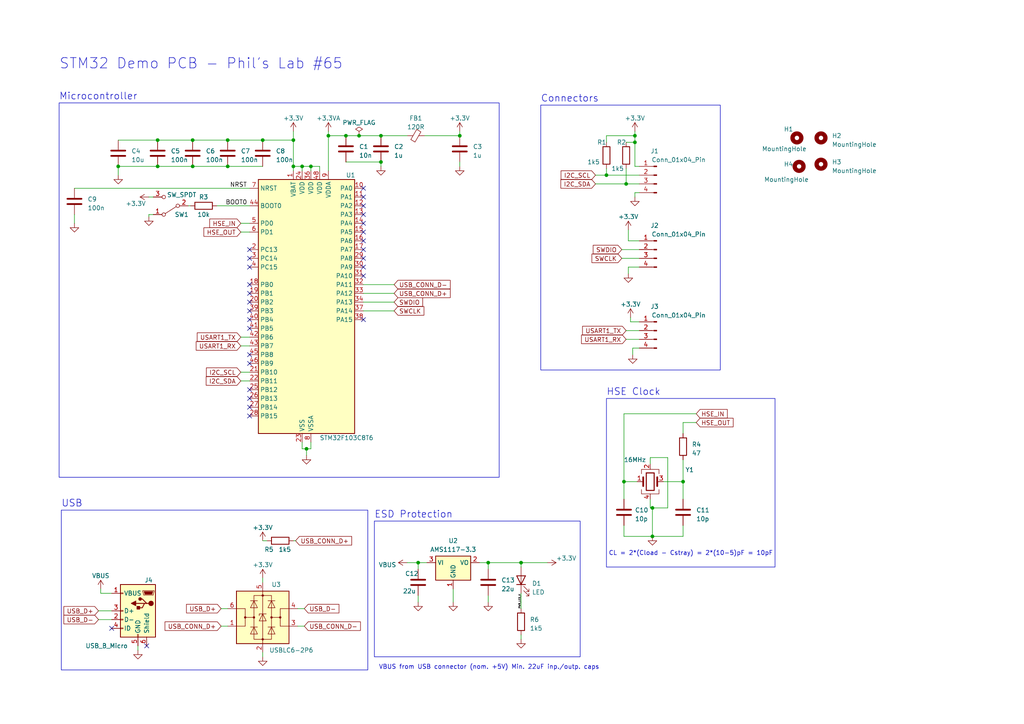
<source format=kicad_sch>
(kicad_sch (version 20230121) (generator eeschema)
  (paper "A4")
  (title_block (title "STM32 Demo PCB - Phil's Lab #65") (date "2023-11-14") (rev "1.0") (company "M Haris Mujeeb"))
  (lib_symbols
    (symbol "Connector:Conn_01x04_Pin" (pin_names (offset 1.016) hide)
      (property "Reference" "J" (at 0 5.08 0))
      (property "Value" "Conn_01x04_Pin" (at 0 -7.62 0))
      (symbol "Conn_01x04_Pin_1_1"
        (polyline (pts (xy 1.27 -5.08) (xy 0.8636 -5.08)) (stroke (width 0.1524)))
        (polyline (pts (xy 1.27 -2.54) (xy 0.8636 -2.54)) (stroke (width 0.1524)))
        (polyline (pts (xy 1.27 0) (xy 0.8636 0)) (stroke (width 0.1524)))
        (polyline (pts (xy 1.27 2.54) (xy 0.8636 2.54)) (stroke (width 0.1524)))
        (rectangle (start 0.8636 -4.953) (end 0 -5.207) (stroke (width 0.1524)) (fill (type outline)))
        (rectangle (start 0.8636 -2.413) (end 0 -2.667) (stroke (width 0.1524)) (fill (type outline)))
        (rectangle (start 0.8636 0.127) (end 0 -0.127) (stroke (width 0.1524)) (fill (type outline)))
        (rectangle (start 0.8636 2.667) (end 0 2.413) (stroke (width 0.1524)) (fill (type outline)))
        (pin passive line (at 5.08 2.54 180) (length 3.81) (name "Pin_1") (number "1"))
        (pin passive line (at 5.08 0 180) (length 3.81) (name "Pin_2") (number "2"))
        (pin passive line (at 5.08 -2.54 180) (length 3.81) (name "Pin_3") (number "3"))
        (pin passive line (at 5.08 -5.08 180) (length 3.81) (name "Pin_4") (number "4"))
      )
    )
    (symbol "Connector:USB_B_Micro" (pin_names (offset 1.016))
      (property "Reference" "J" (at -5.08 11.43 0))
      (property "Value" "USB_B_Micro" (at -5.08 8.89 0))
      (symbol "USB_B_Micro_0_1"
        (rectangle (start -5.08 -7.62) (end 5.08 7.62) (stroke (width 0.254)) (fill (type background)))
        (circle (center -3.81 2.159) (radius 0.635) (stroke (width 0.254)) (fill (type outline)))
        (circle (center -0.635 3.429) (radius 0.381) (stroke (width 0.254)) (fill (type outline)))
        (rectangle (start -0.127 -7.62) (end 0.127 -6.858))
        (polyline (pts (xy -1.905 2.159) (xy 0.635 2.159)) (stroke (width 0.254)))
        (polyline (pts (xy -3.175 2.159) (xy -2.54 2.159) (xy -1.27 3.429) (xy -0.635 3.429)) (stroke (width 0.254)))
        (polyline (pts (xy -2.54 2.159) (xy -1.905 2.159) (xy -1.27 0.889) (xy 0 0.889)) (stroke (width 0.254)))
        (polyline (pts (xy 0.635 2.794) (xy 0.635 1.524) (xy 1.905 2.159) (xy 0.635 2.794)) (stroke (width 0.254)) (fill (type outline)))
        (polyline (pts (xy -4.318 5.588) (xy -1.778 5.588) (xy -2.032 4.826) (xy -4.064 4.826) (xy -4.318 5.588)) (fill (type outline)))
        (polyline (pts (xy -4.699 5.842) (xy -4.699 5.588) (xy -4.445 4.826) (xy -4.445 4.572) (xy -1.651 4.572) (xy -1.651 4.826) (xy -1.397 5.588) (xy -1.397 5.842) (xy -4.699 5.842)))
        (rectangle (start 0.254 1.27) (end -0.508 0.508) (stroke (width 0.254)) (fill (type outline)))
        (rectangle (start 5.08 -5.207) (end 4.318 -4.953))
        (rectangle (start 5.08 -2.667) (end 4.318 -2.413))
        (rectangle (start 5.08 -0.127) (end 4.318 0.127))
        (rectangle (start 5.08 4.953) (end 4.318 5.207))
      )
      (symbol "USB_B_Micro_1_1"
        (pin power_out line (at 7.62 5.08 180) (length 2.54) (name "VBUS") (number "1"))
        (pin bidirectional line (at 7.62 -2.54 180) (length 2.54) (name "D-") (number "2"))
        (pin bidirectional line (at 7.62 0 180) (length 2.54) (name "D+") (number "3"))
        (pin passive line (at 7.62 -5.08 180) (length 2.54) (name "ID") (number "4"))
        (pin power_out line (at 0 -10.16 90) (length 2.54) (name "GND") (number "5"))
        (pin passive line (at -2.54 -10.16 90) (length 2.54) (name "Shield") (number "6"))
      )
    )
    (symbol "Device:C" (pin_numbers hide) (pin_names (offset 0.254))
      (property "Reference" "C" (at 0.635 2.54 0))
      (property "Value" "C" (at 0.635 -2.54 0))
      (symbol "C_0_1"
        (polyline (pts (xy -2.032 -0.762) (xy 2.032 -0.762)) (stroke (width 0.508)))
        (polyline (pts (xy -2.032 0.762) (xy 2.032 0.762)) (stroke (width 0.508)))
      )
      (symbol "C_1_1"
        (pin passive line (at 0 3.81 270) (length 2.794) (name "~") (number "1"))
        (pin passive line (at 0 -3.81 90) (length 2.794) (name "~") (number "2"))
      )
    )
    (symbol "Device:Crystal_GND24" (pin_names (offset 1.016) hide)
      (property "Reference" "Y" (at 3.175 5.08 0))
      (property "Value" "Crystal_GND24" (at 3.175 3.175 0))
      (symbol "Crystal_GND24_0_1"
        (rectangle (start -1.143 2.54) (end 1.143 -2.54) (stroke (width 0.3048)))
        (polyline (pts (xy -2.54 0) (xy -2.032 0)))
        (polyline (pts (xy -2.032 -1.27) (xy -2.032 1.27)) (stroke (width 0.508)))
        (polyline (pts (xy 0 -3.81) (xy 0 -3.556)))
        (polyline (pts (xy 0 3.556) (xy 0 3.81)))
        (polyline (pts (xy 2.032 -1.27) (xy 2.032 1.27)) (stroke (width 0.508)))
        (polyline (pts (xy 2.032 0) (xy 2.54 0)))
        (polyline (pts (xy -2.54 -2.286) (xy -2.54 -3.556) (xy 2.54 -3.556) (xy 2.54 -2.286)))
        (polyline (pts (xy -2.54 2.286) (xy -2.54 3.556) (xy 2.54 3.556) (xy 2.54 2.286)))
      )
      (symbol "Crystal_GND24_1_1"
        (pin passive line (at -3.81 0 0) (length 1.27) (name "1") (number "1"))
        (pin passive line (at 0 5.08 270) (length 1.27) (name "2") (number "2"))
        (pin passive line (at 3.81 0 180) (length 1.27) (name "3") (number "3"))
        (pin passive line (at 0 -5.08 90) (length 1.27) (name "4") (number "4"))
      )
    )
    (symbol "Device:FerriteBead_Small" (pin_numbers hide) (pin_names (offset 0))
      (property "Reference" "FB" (at 1.905 1.27 0))
      (property "Value" "FerriteBead_Small" (at 1.905 -1.27 0))
      (symbol "FerriteBead_Small_0_1"
        (polyline (pts (xy 0 -1.27) (xy 0 -0.7874)))
        (polyline (pts (xy 0 0.889) (xy 0 1.2954)))
        (polyline (pts (xy -1.8288 0.2794) (xy -1.1176 1.4986) (xy 1.8288 -0.2032) (xy 1.1176 -1.4224) (xy -1.8288 0.2794)))
      )
      (symbol "FerriteBead_Small_1_1"
        (pin passive line (at 0 2.54 270) (length 1.27) (name "~") (number "1"))
        (pin passive line (at 0 -2.54 90) (length 1.27) (name "~") (number "2"))
      )
    )
    (symbol "Device:LED" (pin_numbers hide) (pin_names (offset 1.016) hide)
      (property "Reference" "D" (at 0 2.54 0))
      (property "Value" "LED" (at 0 -2.54 0))
      (symbol "LED_0_1"
        (polyline (pts (xy -1.27 -1.27) (xy -1.27 1.27)) (stroke (width 0.254)))
        (polyline (pts (xy -1.27 0) (xy 1.27 0)))
        (polyline (pts (xy 1.27 -1.27) (xy 1.27 1.27) (xy -1.27 0) (xy 1.27 -1.27)) (stroke (width 0.254)))
        (polyline (pts (xy -3.048 -0.762) (xy -4.572 -2.286) (xy -3.81 -2.286) (xy -4.572 -2.286) (xy -4.572 -1.524)))
        (polyline (pts (xy -1.778 -0.762) (xy -3.302 -2.286) (xy -2.54 -2.286) (xy -3.302 -2.286) (xy -3.302 -1.524)))
      )
      (symbol "LED_1_1"
        (pin passive line (at -3.81 0 0) (length 2.54) (name "K") (number "1"))
        (pin passive line (at 3.81 0 180) (length 2.54) (name "A") (number "2"))
      )
    )
    (symbol "Device:R" (pin_numbers hide) (pin_names (offset 0))
      (property "Reference" "R" (at 2.032 0 90))
      (property "Value" "R" (at 0 0 90))
      (symbol "R_0_1"
        (rectangle (start -1.016 -2.54) (end 1.016 2.54) (stroke (width 0.254)))
      )
      (symbol "R_1_1"
        (pin passive line (at 0 3.81 270) (length 1.27) (name "~") (number "1"))
        (pin passive line (at 0 -3.81 90) (length 1.27) (name "~") (number "2"))
      )
    )
    (symbol "MCU_ST_STM32F1:STM32F103C8Tx"
      (property "Reference" "U" (at -12.7 39.37 0))
      (property "Value" "STM32F103C8Tx" (at 10.16 39.37 0))
      (symbol "STM32F103C8Tx_0_1"
        (rectangle (start -12.7 -35.56) (end 15.24 38.1) (stroke (width 0.254)) (fill (type background)))
      )
      (symbol "STM32F103C8Tx_1_1"
        (pin power_in line (at -2.54 40.64 270) (length 2.54) (name "VBAT") (number "1"))
        (pin bidirectional line (at 17.78 35.56 180) (length 2.54) (name "PA0") (number "10"))
        (pin bidirectional line (at 17.78 33.02 180) (length 2.54) (name "PA1") (number "11"))
        (pin bidirectional line (at 17.78 30.48 180) (length 2.54) (name "PA2") (number "12"))
        (pin bidirectional line (at 17.78 27.94 180) (length 2.54) (name "PA3") (number "13"))
        (pin bidirectional line (at 17.78 25.4 180) (length 2.54) (name "PA4") (number "14"))
        (pin bidirectional line (at 17.78 22.86 180) (length 2.54) (name "PA5") (number "15"))
        (pin bidirectional line (at 17.78 20.32 180) (length 2.54) (name "PA6") (number "16"))
        (pin bidirectional line (at 17.78 17.78 180) (length 2.54) (name "PA7") (number "17"))
        (pin bidirectional line (at -15.24 7.62 0) (length 2.54) (name "PB0") (number "18"))
        (pin bidirectional line (at -15.24 5.08 0) (length 2.54) (name "PB1") (number "19"))
        (pin bidirectional line (at -15.24 17.78 0) (length 2.54) (name "PC13") (number "2"))
        (pin bidirectional line (at -15.24 2.54 0) (length 2.54) (name "PB2") (number "20"))
        (pin bidirectional line (at -15.24 -17.78 0) (length 2.54) (name "PB10") (number "21"))
        (pin bidirectional line (at -15.24 -20.32 0) (length 2.54) (name "PB11") (number "22"))
        (pin power_in line (at 0 -38.1 90) (length 2.54) (name "VSS") (number "23"))
        (pin power_in line (at 0 40.64 270) (length 2.54) (name "VDD") (number "24"))
        (pin bidirectional line (at -15.24 -22.86 0) (length 2.54) (name "PB12") (number "25"))
        (pin bidirectional line (at -15.24 -25.4 0) (length 2.54) (name "PB13") (number "26"))
        (pin bidirectional line (at -15.24 -27.94 0) (length 2.54) (name "PB14") (number "27"))
        (pin bidirectional line (at -15.24 -30.48 0) (length 2.54) (name "PB15") (number "28"))
        (pin bidirectional line (at 17.78 15.24 180) (length 2.54) (name "PA8") (number "29"))
        (pin bidirectional line (at -15.24 15.24 0) (length 2.54) (name "PC14") (number "3"))
        (pin bidirectional line (at 17.78 12.7 180) (length 2.54) (name "PA9") (number "30"))
        (pin bidirectional line (at 17.78 10.16 180) (length 2.54) (name "PA10") (number "31"))
        (pin bidirectional line (at 17.78 7.62 180) (length 2.54) (name "PA11") (number "32"))
        (pin bidirectional line (at 17.78 5.08 180) (length 2.54) (name "PA12") (number "33"))
        (pin bidirectional line (at 17.78 2.54 180) (length 2.54) (name "PA13") (number "34"))
        (pin passive line (at 0 -38.1 90) (length 2.54) hide (name "VSS") (number "35"))
        (pin power_in line (at 2.54 40.64 270) (length 2.54) (name "VDD") (number "36"))
        (pin bidirectional line (at 17.78 0 180) (length 2.54) (name "PA14") (number "37"))
        (pin bidirectional line (at 17.78 -2.54 180) (length 2.54) (name "PA15") (number "38"))
        (pin bidirectional line (at -15.24 0 0) (length 2.54) (name "PB3") (number "39"))
        (pin bidirectional line (at -15.24 12.7 0) (length 2.54) (name "PC15") (number "4"))
        (pin bidirectional line (at -15.24 -2.54 0) (length 2.54) (name "PB4") (number "40"))
        (pin bidirectional line (at -15.24 -5.08 0) (length 2.54) (name "PB5") (number "41"))
        (pin bidirectional line (at -15.24 -7.62 0) (length 2.54) (name "PB6") (number "42"))
        (pin bidirectional line (at -15.24 -10.16 0) (length 2.54) (name "PB7") (number "43"))
        (pin input line (at -15.24 30.48 0) (length 2.54) (name "BOOT0") (number "44"))
        (pin bidirectional line (at -15.24 -12.7 0) (length 2.54) (name "PB8") (number "45"))
        (pin bidirectional line (at -15.24 -15.24 0) (length 2.54) (name "PB9") (number "46"))
        (pin passive line (at 0 -38.1 90) (length 2.54) hide (name "VSS") (number "47"))
        (pin power_in line (at 5.08 40.64 270) (length 2.54) (name "VDD") (number "48"))
        (pin bidirectional line (at -15.24 25.4 0) (length 2.54) (name "PD0") (number "5"))
        (pin bidirectional line (at -15.24 22.86 0) (length 2.54) (name "PD1") (number "6"))
        (pin input line (at -15.24 35.56 0) (length 2.54) (name "NRST") (number "7"))
        (pin power_in line (at 2.54 -38.1 90) (length 2.54) (name "VSSA") (number "8"))
        (pin power_in line (at 7.62 40.64 270) (length 2.54) (name "VDDA") (number "9"))
      )
    )
    (symbol "Mechanical:MountingHole" (pin_names (offset 1.016))
      (property "Reference" "H" (at 0 5.08 0))
      (property "Value" "MountingHole" (at 0 3.175 0))
      (symbol "MountingHole_0_1"
        (circle (center 0 0) (radius 1.27) (stroke (width 1.27)))
      )
    )
    (symbol "Power_Protection:USBLC6-2P6" (pin_names hide)
      (property "Reference" "U" (at 2.54 8.89 0))
      (property "Value" "USBLC6-2P6" (at 2.54 -8.89 0))
      (symbol "USBLC6-2P6_0_1"
        (rectangle (start -7.62 -7.62) (end 7.62 7.62) (stroke (width 0.254)) (fill (type background)))
        (circle (center -5.08 0) (radius 0.254) (fill (type outline)))
        (circle (center -2.54 0) (radius 0.254) (fill (type outline)))
        (rectangle (start -2.54 6.35) (end 2.54 -6.35))
        (circle (center 0 -6.35) (radius 0.254) (fill (type outline)))
        (polyline (pts (xy -5.08 -2.54) (xy -7.62 -2.54)))
        (polyline (pts (xy -5.08 0) (xy -5.08 -2.54)))
        (polyline (pts (xy -5.08 2.54) (xy -7.62 2.54)))
        (polyline (pts (xy -1.524 -2.794) (xy -3.556 -2.794)))
        (polyline (pts (xy -1.524 4.826) (xy -3.556 4.826)))
        (polyline (pts (xy 0 -7.62) (xy 0 -6.35)))
        (polyline (pts (xy 0 -6.35) (xy 0 1.27)))
        (polyline (pts (xy 0 1.27) (xy 0 6.35)))
        (polyline (pts (xy 0 6.35) (xy 0 7.62)))
        (polyline (pts (xy 1.524 -2.794) (xy 3.556 -2.794)))
        (polyline (pts (xy 1.524 4.826) (xy 3.556 4.826)))
        (polyline (pts (xy 5.08 -2.54) (xy 7.62 -2.54)))
        (polyline (pts (xy 5.08 0) (xy 5.08 -2.54)))
        (polyline (pts (xy 5.08 2.54) (xy 7.62 2.54)))
        (polyline (pts (xy -2.54 0) (xy -5.08 0) (xy -5.08 2.54)))
        (polyline (pts (xy 2.54 0) (xy 5.08 0) (xy 5.08 2.54)))
        (polyline (pts (xy -3.556 -4.826) (xy -1.524 -4.826) (xy -2.54 -2.794) (xy -3.556 -4.826)))
        (polyline (pts (xy -3.556 2.794) (xy -1.524 2.794) (xy -2.54 4.826) (xy -3.556 2.794)))
        (polyline (pts (xy -1.016 -1.016) (xy 1.016 -1.016) (xy 0 1.016) (xy -1.016 -1.016)))
        (polyline (pts (xy 1.016 1.016) (xy 0.762 1.016) (xy -1.016 1.016) (xy -1.016 0.508)))
        (polyline (pts (xy 3.556 -4.826) (xy 1.524 -4.826) (xy 2.54 -2.794) (xy 3.556 -4.826)))
        (polyline (pts (xy 3.556 2.794) (xy 1.524 2.794) (xy 2.54 4.826) (xy 3.556 2.794)))
        (circle (center 0 6.35) (radius 0.254) (fill (type outline)))
        (circle (center 2.54 0) (radius 0.254) (fill (type outline)))
        (circle (center 5.08 0) (radius 0.254) (fill (type outline)))
      )
      (symbol "USBLC6-2P6_1_1"
        (pin passive line (at -10.16 -2.54 0) (length 2.54) (name "I/O1") (number "1"))
        (pin passive line (at 0 -10.16 90) (length 2.54) (name "GND") (number "2"))
        (pin passive line (at 10.16 -2.54 180) (length 2.54) (name "I/O2") (number "3"))
        (pin passive line (at 10.16 2.54 180) (length 2.54) (name "I/O2") (number "4"))
        (pin passive line (at 0 10.16 270) (length 2.54) (name "VBUS") (number "5"))
        (pin passive line (at -10.16 2.54 0) (length 2.54) (name "I/O1") (number "6"))
      )
    )
    (symbol "Regulator_Linear:AMS1117-3.3"
      (property "Reference" "U" (at -3.81 3.175 0))
      (property "Value" "AMS1117-3.3" (at 0 3.175 0))
      (symbol "AMS1117-3.3_0_1"
        (rectangle (start -5.08 -5.08) (end 5.08 1.905) (stroke (width 0.254)) (fill (type background)))
      )
      (symbol "AMS1117-3.3_1_1"
        (pin power_in line (at 0 -7.62 90) (length 2.54) (name "GND") (number "1"))
        (pin power_out line (at 7.62 0 180) (length 2.54) (name "VO") (number "2"))
        (pin power_in line (at -7.62 0 0) (length 2.54) (name "VI") (number "3"))
      )
    )
    (symbol "Switch:SW_SPDT" (pin_names (offset 0) hide)
      (property "Reference" "SW" (at 0 4.318 0))
      (property "Value" "SW_SPDT" (at 0 -5.08 0))
      (symbol "SW_SPDT_0_0"
        (circle (center -2.032 0) (radius 0.508))
        (circle (center 2.032 -2.54) (radius 0.508))
      )
      (symbol "SW_SPDT_0_1"
        (polyline (pts (xy -1.524 0.254) (xy 1.651 2.286)))
        (circle (center 2.032 2.54) (radius 0.508))
      )
      (symbol "SW_SPDT_1_1"
        (pin passive line (at 5.08 2.54 180) (length 2.54) (name "A") (number "1"))
        (pin passive line (at -5.08 0 0) (length 2.54) (name "B") (number "2"))
        (pin passive line (at 5.08 -2.54 180) (length 2.54) (name "C") (number "3"))
      )
    )
    (symbol "power:+3.3V" (power) (pin_names (offset 0))
      (property "Value" "+3.3V" (at 0 3.556 0))
      (symbol "+3.3V_0_1"
        (polyline (pts (xy -0.762 1.27) (xy 0 2.54)))
        (polyline (pts (xy 0 0) (xy 0 2.54)))
        (polyline (pts (xy 0 2.54) (xy 0.762 1.27)))
      )
      (symbol "+3.3V_1_1"
        (pin power_in line (at 0 0 90) (length 0) hide (name "+3.3V") (number "1"))
      )
    )
    (symbol "power:+3.3VA" (power) (pin_names (offset 0))
      (property "Value" "+3.3VA" (at 0 3.556 0))
      (symbol "+3.3VA_0_1"
        (polyline (pts (xy -0.762 1.27) (xy 0 2.54)))
        (polyline (pts (xy 0 0) (xy 0 2.54)))
        (polyline (pts (xy 0 2.54) (xy 0.762 1.27)))
      )
      (symbol "+3.3VA_1_1"
        (pin power_in line (at 0 0 90) (length 0) hide (name "+3.3VA") (number "1"))
      )
    )
    (symbol "power:GND" (power) (pin_names (offset 0))
      (property "Value" "GND" (at 0 -3.81 0))
      (symbol "GND_0_1"
        (polyline (pts (xy 0 0) (xy 0 -1.27) (xy 1.27 -1.27) (xy 0 -2.54) (xy -1.27 -1.27) (xy 0 -1.27)))
      )
      (symbol "GND_1_1"
        (pin power_in line (at 0 0 270) (length 0) hide (name "GND") (number "1"))
      )
    )
    (symbol "power:PWR_FLAG" (power) (pin_numbers hide) (pin_names (offset 0) hide)
      (property "Value" "PWR_FLAG" (at 0 3.81 0))
      (symbol "PWR_FLAG_0_0"
        (pin power_out line (at 0 0 90) (length 0) (name "pwr") (number "1"))
      )
      (symbol "PWR_FLAG_0_1"
        (polyline (pts (xy 0 0) (xy 0 1.27) (xy -1.016 1.905) (xy 0 2.54) (xy 1.016 1.905) (xy 0 1.27)))
      )
    )
    (symbol "power:VBUS" (power) (pin_names (offset 0))
      (property "Value" "VBUS" (at 0 3.81 0))
      (symbol "VBUS_0_1"
        (polyline (pts (xy -0.762 1.27) (xy 0 2.54)))
        (polyline (pts (xy 0 0) (xy 0 2.54)))
        (polyline (pts (xy 0 2.54) (xy 0.762 1.27)))
      )
      (symbol "VBUS_1_1"
        (pin power_in line (at 0 0 90) (length 0) hide (name "VBUS") (number "1"))
      )
    )
  )
  (junction (at 85.09 40.64))
  (junction (at 184.15 41.275))
  (junction (at 180.975 139.7))
  (junction (at 34.29 48.26))
  (junction (at 110.49 46.99))
  (junction (at 189.23 155.575))
  (junction (at 198.12 139.7))
  (junction (at 55.88 48.26))
  (junction (at 181.61 53.34))
  (junction (at 55.88 40.64))
  (junction (at 104.14 39.37))
  (junction (at 189.23 147.32))
  (junction (at 66.04 40.64))
  (junction (at 100.33 39.37))
  (junction (at 184.15 39.37))
  (junction (at 121.285 163.195))
  (junction (at 76.2 40.64))
  (junction (at 45.72 48.26))
  (junction (at 133.35 39.37))
  (junction (at 85.09 48.26))
  (junction (at 175.895 50.8))
  (junction (at 88.9 130.175))
  (junction (at 45.72 40.64))
  (junction (at 141.605 163.195))
  (junction (at 95.25 39.37))
  (junction (at 151.13 163.195))
  (junction (at 110.49 39.37))
  (junction (at 90.17 48.26))
  (junction (at 66.04 48.26))
  (junction (at 87.63 48.26))
  (no_connect (at 72.39 113.03))
  (no_connect (at 105.41 54.61))
  (no_connect (at 72.39 120.65))
  (no_connect (at 72.39 102.87))
  (no_connect (at 72.39 74.93))
  (no_connect (at 72.39 77.47))
  (no_connect (at 72.39 90.17))
  (no_connect (at 72.39 92.71))
  (no_connect (at 105.41 92.71))
  (no_connect (at 105.41 64.77))
  (no_connect (at 105.41 57.15))
  (no_connect (at 72.39 72.39))
  (no_connect (at 105.41 69.85))
  (no_connect (at 42.545 187.325))
  (no_connect (at 105.41 59.69))
  (no_connect (at 72.39 85.09))
  (no_connect (at 72.39 87.63))
  (no_connect (at 72.39 82.55))
  (no_connect (at 105.41 80.01))
  (no_connect (at 105.41 72.39))
  (no_connect (at 72.39 115.57))
  (no_connect (at 72.39 118.11))
  (no_connect (at 32.385 182.245))
  (no_connect (at 105.41 62.23))
  (no_connect (at 105.41 77.47))
  (no_connect (at 105.41 74.93))
  (no_connect (at 72.39 95.25))
  (no_connect (at 72.39 105.41))
  (no_connect (at 105.41 67.31))
  (wire (pts (xy 110.49 46.99) (xy 110.49 48.26)))
  (wire (pts (xy 193.675 147.32) (xy 189.23 147.32)))
  (wire (pts (xy 62.865 59.69) (xy 72.39 59.69)))
  (wire (pts (xy 69.85 67.31) (xy 72.39 67.31)))
  (wire (pts (xy 133.35 39.37) (xy 123.19 39.37)))
  (wire (pts (xy 28.575 179.705) (xy 32.385 179.705)))
  (wire (pts (xy 105.41 87.63) (xy 114.3 87.63)))
  (wire (pts (xy 43.18 57.15) (xy 44.45 57.15)))
  (wire (pts (xy 172.72 53.34) (xy 181.61 53.34)))
  (wire (pts (xy 87.63 48.26) (xy 85.09 48.26)))
  (wire (pts (xy 90.17 48.26) (xy 87.63 48.26)))
  (wire (pts (xy 180.975 120.015) (xy 180.975 139.7)))
  (wire (pts (xy 184.15 41.275) (xy 184.15 39.37)))
  (wire (pts (xy 34.29 48.26) (xy 45.72 48.26)))
  (wire (pts (xy 181.61 95.885) (xy 185.42 95.885)))
  (wire (pts (xy 69.85 107.95) (xy 72.39 107.95)))
  (wire (pts (xy 180.34 72.39) (xy 185.42 72.39)))
  (wire (pts (xy 198.12 133.35) (xy 198.12 139.7)))
  (wire (pts (xy 121.285 163.195) (xy 123.825 163.195)))
  (wire (pts (xy 180.34 74.93) (xy 185.42 74.93)))
  (wire (pts (xy 151.13 163.195) (xy 151.13 164.465)))
  (wire (pts (xy 181.61 53.34) (xy 185.42 53.34)))
  (wire (pts (xy 43.18 62.23) (xy 43.18 62.865)))
  (wire (pts (xy 185.42 93.345) (xy 182.88 93.345)))
  (wire (pts (xy 88.9 130.175) (xy 90.17 130.175)))
  (wire (pts (xy 72.39 97.79) (xy 69.85 97.79)))
  (wire (pts (xy 85.725 156.845) (xy 85.09 156.845)))
  (wire (pts (xy 54.61 59.69) (xy 55.245 59.69)))
  (wire (pts (xy 141.605 172.72) (xy 141.605 174.625)))
  (wire (pts (xy 151.13 184.15) (xy 151.13 185.42)))
  (wire (pts (xy 182.245 66.675) (xy 182.245 69.85)))
  (wire (pts (xy 64.135 181.61) (xy 66.04 181.61)))
  (wire (pts (xy 172.72 50.8) (xy 175.895 50.8)))
  (wire (pts (xy 185.42 48.26) (xy 184.15 48.26)))
  (wire (pts (xy 121.285 172.72) (xy 121.285 174.625)))
  (wire (pts (xy 175.895 39.37) (xy 184.15 39.37)))
  (wire (pts (xy 121.285 163.195) (xy 121.285 165.1)))
  (wire (pts (xy 193.675 132.715) (xy 193.675 147.32)))
  (wire (pts (xy 184.785 139.7) (xy 180.975 139.7)))
  (wire (pts (xy 185.42 55.88) (xy 184.15 55.88)))
  (wire (pts (xy 181.61 48.895) (xy 181.61 53.34)))
  (wire (pts (xy 184.15 48.26) (xy 184.15 41.275)))
  (wire (pts (xy 181.61 98.425) (xy 185.42 98.425)))
  (wire (pts (xy 45.72 48.26) (xy 55.88 48.26)))
  (wire (pts (xy 40.005 187.325) (xy 40.005 188.595)))
  (wire (pts (xy 69.85 64.77) (xy 72.39 64.77)))
  (wire (pts (xy 92.71 49.53) (xy 92.71 48.26)))
  (wire (pts (xy 105.41 82.55) (xy 114.3 82.55)))
  (wire (pts (xy 85.09 38.1) (xy 85.09 40.64)))
  (wire (pts (xy 118.11 163.195) (xy 121.285 163.195)))
  (wire (pts (xy 105.41 90.17) (xy 114.3 90.17)))
  (wire (pts (xy 34.29 40.64) (xy 45.72 40.64)))
  (wire (pts (xy 133.35 46.99) (xy 133.35 48.26)))
  (wire (pts (xy 183.515 100.965) (xy 183.515 102.87)))
  (wire (pts (xy 181.61 41.275) (xy 184.15 41.275)))
  (wire (pts (xy 95.25 39.37) (xy 95.25 49.53)))
  (wire (pts (xy 76.2 40.64) (xy 85.09 40.64)))
  (wire (pts (xy 182.245 77.47) (xy 185.42 77.47)))
  (wire (pts (xy 139.065 163.195) (xy 141.605 163.195)))
  (wire (pts (xy 76.2 167.64) (xy 76.2 168.91)))
  (wire (pts (xy 28.575 177.165) (xy 32.385 177.165)))
  (wire (pts (xy 110.49 39.37) (xy 118.11 39.37)))
  (wire (pts (xy 151.13 172.085) (xy 151.13 176.53)))
  (wire (pts (xy 76.2 189.23) (xy 76.2 190.5)))
  (wire (pts (xy 189.23 155.575) (xy 198.12 155.575)))
  (wire (pts (xy 182.245 77.47) (xy 182.245 79.375)))
  (wire (pts (xy 45.72 40.64) (xy 55.88 40.64)))
  (wire (pts (xy 85.09 48.26) (xy 85.09 49.53)))
  (wire (pts (xy 66.04 48.26) (xy 76.2 48.26)))
  (wire (pts (xy 188.595 132.715) (xy 193.675 132.715)))
  (wire (pts (xy 198.12 155.575) (xy 198.12 152.4)))
  (wire (pts (xy 141.605 163.195) (xy 141.605 165.1)))
  (wire (pts (xy 175.895 41.275) (xy 175.895 39.37)))
  (wire (pts (xy 188.595 134.62) (xy 188.595 132.715)))
  (wire (pts (xy 131.445 170.815) (xy 131.445 174.625)))
  (wire (pts (xy 55.88 40.64) (xy 66.04 40.64)))
  (wire (pts (xy 110.49 39.37) (xy 104.14 39.37)))
  (wire (pts (xy 88.9 130.175) (xy 88.9 132.08)))
  (wire (pts (xy 87.63 128.27) (xy 87.63 130.175)))
  (wire (pts (xy 21.59 54.61) (xy 72.39 54.61)))
  (wire (pts (xy 66.04 40.64) (xy 76.2 40.64)))
  (wire (pts (xy 105.41 85.09) (xy 114.3 85.09)))
  (wire (pts (xy 185.42 69.85) (xy 182.245 69.85)))
  (wire (pts (xy 86.36 181.61) (xy 88.265 181.61)))
  (wire (pts (xy 175.895 48.895) (xy 175.895 50.8)))
  (wire (pts (xy 72.39 100.33) (xy 69.85 100.33)))
  (wire (pts (xy 198.12 122.555) (xy 198.12 125.73)))
  (wire (pts (xy 180.975 139.7) (xy 180.975 144.78)))
  (wire (pts (xy 201.93 120.015) (xy 180.975 120.015)))
  (wire (pts (xy 141.605 163.195) (xy 151.13 163.195)))
  (wire (pts (xy 43.18 62.23) (xy 44.45 62.23)))
  (wire (pts (xy 201.93 122.555) (xy 198.12 122.555)))
  (wire (pts (xy 192.405 139.7) (xy 198.12 139.7)))
  (wire (pts (xy 188.595 147.32) (xy 189.23 147.32)))
  (wire (pts (xy 182.88 93.345) (xy 182.88 92.075)))
  (wire (pts (xy 21.59 64.77) (xy 21.59 62.23)))
  (wire (pts (xy 69.85 110.49) (xy 72.39 110.49)))
  (wire (pts (xy 85.09 40.64) (xy 85.09 48.26)))
  (wire (pts (xy 100.33 39.37) (xy 95.25 39.37)))
  (wire (pts (xy 34.29 48.26) (xy 34.29 50.8)))
  (wire (pts (xy 88.9 130.175) (xy 87.63 130.175)))
  (wire (pts (xy 95.25 38.1) (xy 95.25 39.37)))
  (wire (pts (xy 77.47 156.845) (xy 76.2 156.845)))
  (wire (pts (xy 180.975 155.575) (xy 189.23 155.575)))
  (wire (pts (xy 189.23 147.32) (xy 189.23 155.575)))
  (wire (pts (xy 100.33 46.99) (xy 110.49 46.99)))
  (wire (pts (xy 151.13 163.195) (xy 158.75 163.195)))
  (wire (pts (xy 175.895 50.8) (xy 185.42 50.8)))
  (wire (pts (xy 185.42 100.965) (xy 183.515 100.965)))
  (wire (pts (xy 133.35 38.1) (xy 133.35 39.37)))
  (wire (pts (xy 92.71 48.26) (xy 90.17 48.26)))
  (wire (pts (xy 90.17 128.27) (xy 90.17 130.175)))
  (wire (pts (xy 86.36 176.53) (xy 88.265 176.53)))
  (wire (pts (xy 90.17 49.53) (xy 90.17 48.26)))
  (wire (pts (xy 184.15 39.37) (xy 184.15 38.1)))
  (wire (pts (xy 29.21 172.085) (xy 29.21 170.815)))
  (wire (pts (xy 180.975 152.4) (xy 180.975 155.575)))
  (wire (pts (xy 184.15 55.88) (xy 184.15 57.15)))
  (wire (pts (xy 32.385 172.085) (xy 29.21 172.085)))
  (wire (pts (xy 55.88 48.26) (xy 66.04 48.26)))
  (wire (pts (xy 104.14 39.37) (xy 100.33 39.37)))
  (wire (pts (xy 198.12 139.7) (xy 198.12 144.78)))
  (wire (pts (xy 188.595 147.32) (xy 188.595 144.78)))
  (wire (pts (xy 64.135 176.53) (xy 66.04 176.53)))
  (wire (pts (xy 87.63 49.53) (xy 87.63 48.26)))
  (rectangle (start 175.895 115.57) (end 224.79 164.465))
  (rectangle (start 17.78 147.955) (end 106.68 194.31))
  (rectangle (start 156.845 30.48) (end 208.915 107.315))
  (rectangle (start 108.585 151.13) (end 168.275 190.5))
  (rectangle (start 17.145 29.845) (end 144.78 138.43))
  (text "HSE Clock\n" (at 175.895 114.935 0) (effects (font (size 2 2)) (justify left bottom)))
  (text "USB\n\n" (at 17.78 150.495 0) (effects (font (size 2 2)) (justify left bottom)))
  (text "STM32 Demo PCB - Phil's Lab #65\n" (at 17.145 20.32 0) (effects (font (size 3 3)) (justify left bottom)))
  (text "Microcontroller " (at 17.145 29.21 0) (effects (font (size 2 2)) (justify left bottom)))
  (text "ESD Protection" (at 108.585 150.495 0) (effects (font (size 2 2)) (justify left bottom)))
  (text "Connectors" (at 156.845 29.845 0) (effects (font (size 2 2)) (justify left bottom)))
  (text "VBUS from USB connector (nom. +5V) Min. 22uF inp./outp. caps" (at 109.855 194.31 0) (effects (font (size 1.27 1.27)) (justify left bottom)))
  (text "CL = 2*(Cload - Cstray) = 2*(10-5)pF = 10pF" (at 176.53 161.29 0) (effects (font (size 1.27 1.27)) (justify left bottom)))
  (label "PWR_LED_K" (at 151.13 176.53 90) (effects (font (size 0.5 0.5))))
  (label "NRST" (at 66.675 54.61 0))
  (label "BOOT0" (at 65.405 59.69 0))
  (global_label "HSE_OUT" (shape input) (at 201.93 122.555 0) (property "Intersheetrefs" "${INTERSHEET_REFS}" (effects hide)))
  (global_label "USB_D+" (shape input) (at 64.135 176.53 180) (property "Intersheetrefs" "${INTERSHEET_REFS}" (effects hide)))
  (global_label "HSE_IN" (shape input) (at 69.85 64.77 180) (property "Intersheetrefs" "${INTERSHEET_REFS}" (effects hide)))
  (global_label "USB_CONN_D+" (shape input) (at 85.725 156.845 0) (property "Intersheetrefs" "${INTERSHEET_REFS}" (effects hide)))
  (global_label "USART1_TX" (shape input) (at 181.61 95.885 180) (property "Intersheetrefs" "${INTERSHEET_REFS}" (effects hide)))
  (global_label "SWCLK" (shape input) (at 114.3 90.17 0) (property "Intersheetrefs" "${INTERSHEET_REFS}" (effects hide)))
  (global_label "I2C_SCL" (shape input) (at 69.85 107.95 180) (property "Intersheetrefs" "${INTERSHEET_REFS}" (effects hide)))
  (global_label "I2C_SDA" (shape input) (at 69.85 110.49 180) (property "Intersheetrefs" "${INTERSHEET_REFS}" (effects hide)))
  (global_label "SWCLK" (shape input) (at 180.34 74.93 180) (property "Intersheetrefs" "${INTERSHEET_REFS}" (effects hide)))
  (global_label "I2C_SCL" (shape input) (at 172.72 50.8 180) (property "Intersheetrefs" "${INTERSHEET_REFS}" (effects hide)))
  (global_label "HSE_IN" (shape input) (at 201.93 120.015 0) (property "Intersheetrefs" "${INTERSHEET_REFS}" (effects hide)))
  (global_label "USB_CONN_D-" (shape input) (at 88.265 181.61 0) (property "Intersheetrefs" "${INTERSHEET_REFS}" (effects hide)))
  (global_label "USB_D+" (shape input) (at 28.575 177.165 180) (property "Intersheetrefs" "${INTERSHEET_REFS}" (effects hide)))
  (global_label "USART1_RX" (shape input) (at 181.61 98.425 180) (property "Intersheetrefs" "${INTERSHEET_REFS}" (effects hide)))
  (global_label "USB_D-" (shape input) (at 28.575 179.705 180) (property "Intersheetrefs" "${INTERSHEET_REFS}" (effects hide)))
  (global_label "USB_D-" (shape input) (at 88.265 176.53 0) (property "Intersheetrefs" "${INTERSHEET_REFS}" (effects hide)))
  (global_label "SWDIO" (shape input) (at 180.34 72.39 180) (property "Intersheetrefs" "${INTERSHEET_REFS}" (effects hide)))
  (global_label "USB_CONN_D-" (shape input) (at 114.3 82.55 0) (property "Intersheetrefs" "${INTERSHEET_REFS}" (effects hide)))
  (global_label "USB_CONN_D+" (shape input) (at 64.135 181.61 180) (property "Intersheetrefs" "${INTERSHEET_REFS}" (effects hide)))
  (global_label "HSE_OUT" (shape input) (at 69.85 67.31 180) (property "Intersheetrefs" "${INTERSHEET_REFS}" (effects hide)))
  (global_label "USART1_RX" (shape input) (at 69.85 100.33 180) (property "Intersheetrefs" "${INTERSHEET_REFS}" (effects hide)))
  (global_label "USB_CONN_D+" (shape input) (at 114.3 85.09 0) (property "Intersheetrefs" "${INTERSHEET_REFS}" (effects hide)))
  (global_label "USART1_TX" (shape input) (at 69.85 97.79 180) (property "Intersheetrefs" "${INTERSHEET_REFS}" (effects hide)))
  (global_label "I2C_SDA" (shape input) (at 172.72 53.34 180) (property "Intersheetrefs" "${INTERSHEET_REFS}" (effects hide)))
  (global_label "SWDIO" (shape input) (at 114.3 87.63 0) (property "Intersheetrefs" "${INTERSHEET_REFS}" (effects hide)))
  (symbol (lib_id "Device:C") (at 76.2 44.45 0) (unit 1)
    (property "Reference" "C8" (at 80.01 43.815 0) (effects (justify left)))
    (property "Value" "100n" (at 80.01 46.355 0) (effects (justify left)))
    (property "Footprint" "Capacitor_SMD:C_0402_1005Metric" (effects hide))
  )
  (symbol (lib_id "Device:R") (at 59.055 59.69 90) (unit 1)
    (property "Reference" "R3" (at 59.055 57.15 90))
    (property "Value" "10k" (at 59.055 62.23 90))
    (property "Footprint" "Resistor_SMD:R_0402_1005Metric" (effects hide))
  )
  (symbol (lib_id "Device:R") (at 181.61 45.085 0) (mirror y) (unit 1)
    (property "Reference" "R2" (at 181.61 41.275 0) (effects (justify left)))
    (property "Value" "1k5" (at 180.975 48.895 0) (effects (justify left)))
    (property "Footprint" "Resistor_SMD:R_0402_1005Metric" (effects hide))
  )
  (symbol (lib_id "power:GND") (at 34.29 50.8 0) (unit 1)
    (property "Reference" "#PWR03" (effects hide))
    (property "Value" "GND" (effects hide))
  )
  (symbol (lib_id "power:GND") (at 21.59 64.77 0) (unit 1)
    (property "Reference" "#PWR08" (effects hide))
    (property "Value" "GND" (effects hide))
  )
  (symbol (lib_id "MCU_ST_STM32F1:STM32F103C8Tx") (at 87.63 90.17 0) (unit 1)
    (property "Reference" "U1" (at 100.33 50.8 0) (effects (justify left)))
    (property "Value" "STM32F103C8T6" (at 92.71 127 0) (effects (justify left)))
    (property "Footprint" "Package_QFP:LQFP-48_7x7mm_P0.5mm" (effects hide))
    (property "Datasheet" "https://www.st.com/resource/en/datasheet/stm32f103c8.pdf" (effects hide))
  )
  (symbol (lib_id "Mechanical:MountingHole") (at 231.14 40.005 0) (unit 1)
    (property "Reference" "H1" (at 227.33 37.465 0) (effects (justify left)))
    (property "Value" "MountingHole" (at 220.98 43.18 0) (effects (justify left)))
    (property "Footprint" "MountingHole:MountingHole_2.2mm_M2" (effects hide))
  )
  (symbol (lib_id "Device:C") (at 45.72 44.45 0) (unit 1)
    (property "Reference" "C5" (at 49.53 43.815 0) (effects (justify left)))
    (property "Value" "100n" (at 49.53 46.355 0) (effects (justify left)))
    (property "Footprint" "Capacitor_SMD:C_0402_1005Metric" (effects hide))
  )
  (symbol (lib_id "power:+3.3V") (at 182.88 92.075 0) (unit 1)
    (property "Reference" "#PWR026" (effects hide))
    (property "Value" "+3.3V" (at 182.88 88.265 0))
  )
  (symbol (lib_id "Switch:SW_SPDT") (at 49.53 59.69 180) (unit 1)
    (property "Reference" "SW1" (at 52.705 62.23 0))
    (property "Value" "SW_SPDT" (at 52.705 56.515 0))
    (property "Footprint" "Button_Switch_SMD:SW_SPDT_PCM12" (effects hide))
  )
  (symbol (lib_id "power:GND") (at 131.445 174.625 0) (unit 1)
    (property "Reference" "#PWR019" (effects hide))
    (property "Value" "GND" (effects hide))
  )
  (symbol (lib_id "power:GND") (at 76.2 190.5 0) (unit 1)
    (property "Reference" "#PWR018" (effects hide))
    (property "Value" "GND" (effects hide))
  )
  (symbol (lib_id "Connector:USB_B_Micro") (at 40.005 177.165 0) (mirror y) (unit 1)
    (property "Reference" "J4" (at 41.91 168.275 0) (effects (justify right)))
    (property "Value" "USB_B_Micro" (at 24.765 187.325 0) (effects (justify right)))
    (property "Footprint" "Connector_USB:USB_Micro-B_Wuerth_629105150521" (effects hide))
  )
  (symbol (lib_id "Device:R") (at 151.13 180.34 0) (unit 1)
    (property "Reference" "R6" (at 153.67 179.705 0) (effects (justify left)))
    (property "Value" "1k5" (at 153.67 182.245 0) (effects (justify left)))
    (property "Footprint" "Resistor_SMD:R_0402_1005Metric" (effects hide))
  )
  (symbol (lib_id "Connector:Conn_01x04_Pin") (at 190.5 50.8 0) (mirror y) (unit 1)
    (property "Reference" "J1" (at 189.865 43.815 0))
    (property "Value" "Conn_01x04_Pin" (at 196.85 46.355 0))
    (property "Footprint" "Connector_PinHeader_2.54mm:PinHeader_1x04_P2.54mm_Vertical" (effects hide))
  )
  (symbol (lib_id "Connector:Conn_01x04_Pin") (at 190.5 95.885 0) (mirror y) (unit 1)
    (property "Reference" "J3" (at 189.865 88.9 0))
    (property "Value" "Conn_01x04_Pin" (at 196.85 91.44 0))
    (property "Footprint" "Connector_PinHeader_2.54mm:PinHeader_1x04_P2.54mm_Vertical" (effects hide))
  )
  (symbol (lib_id "power:+3.3V") (at 85.09 38.1 0) (unit 1)
    (property "Reference" "#PWR02" (effects hide))
    (property "Value" "+3.3V" (at 85.09 34.29 0))
  )
  (symbol (lib_id "Device:C") (at 66.04 44.45 0) (unit 1)
    (property "Reference" "C7" (at 69.85 43.815 0) (effects (justify left)))
    (property "Value" "100n" (at 69.85 46.355 0) (effects (justify left)))
    (property "Footprint" "Capacitor_SMD:C_0402_1005Metric" (effects hide))
  )
  (symbol (lib_id "power:GND") (at 121.285 174.625 0) (unit 1)
    (property "Reference" "#PWR020" (effects hide))
    (property "Value" "GND" (effects hide))
  )
  (symbol (lib_id "Device:C") (at 21.59 58.42 0) (unit 1)
    (property "Reference" "C9" (at 25.4 57.785 0) (effects (justify left)))
    (property "Value" "100n" (at 25.4 60.325 0) (effects (justify left)))
    (property "Footprint" "Capacitor_SMD:C_0402_1005Metric" (effects hide))
  )
  (symbol (lib_id "power:+3.3V") (at 158.75 163.195 270) (unit 1)
    (property "Reference" "#PWR021" (effects hide))
    (property "Value" "+3.3V" (at 161.29 161.925 90) (effects (justify left)))
  )
  (symbol (lib_id "power:+3.3V") (at 76.2 156.845 0) (unit 1)
    (property "Reference" "#PWR014" (effects hide))
    (property "Value" "+3.3V" (at 76.2 153.035 0))
  )
  (symbol (lib_id "Device:C") (at 141.605 168.91 0) (unit 1)
    (property "Reference" "C13" (at 145.415 168.275 0) (effects (justify left)))
    (property "Value" "22u" (at 145.415 170.815 0) (effects (justify left)))
    (property "Footprint" "Capacitor_SMD:C_0805_2012Metric" (effects hide))
  )
  (symbol (lib_id "power:GND") (at 43.18 62.865 0) (unit 1)
    (property "Reference" "#PWR010" (effects hide))
    (property "Value" "GND" (effects hide))
  )
  (symbol (lib_id "power:+3.3VA") (at 95.25 38.1 0) (unit 1)
    (property "Reference" "#PWR05" (effects hide))
    (property "Value" "+3.3VA" (at 95.25 34.29 0))
  )
  (symbol (lib_id "power:+3.3V") (at 76.2 167.64 0) (unit 1)
    (property "Reference" "#PWR017" (effects hide))
    (property "Value" "+3.3V" (at 76.2 163.83 0))
  )
  (symbol (lib_id "power:GND") (at 189.23 155.575 0) (unit 1)
    (property "Reference" "#PWR011" (effects hide))
    (property "Value" "GND" (effects hide))
  )
  (symbol (lib_id "Mechanical:MountingHole") (at 238.125 40.005 0) (unit 1)
    (property "Reference" "H2" (at 241.3 39.37 0) (effects (justify left)))
    (property "Value" "MountingHole" (at 241.3 41.91 0) (effects (justify left)))
    (property "Footprint" "MountingHole:MountingHole_2.2mm_M2" (effects hide))
  )
  (symbol (lib_id "Device:C") (at 198.12 148.59 0) (unit 1)
    (property "Reference" "C11" (at 201.93 147.955 0) (effects (justify left)))
    (property "Value" "10p" (at 201.93 150.495 0) (effects (justify left)))
    (property "Footprint" "Capacitor_SMD:C_0402_1005Metric" (effects hide))
  )
  (symbol (lib_id "Device:C") (at 133.35 43.18 0) (unit 1)
    (property "Reference" "C3" (at 137.16 42.545 0) (effects (justify left)))
    (property "Value" "1u" (at 137.16 45.085 0) (effects (justify left)))
    (property "Footprint" "Capacitor_SMD:C_0402_1005Metric" (effects hide))
  )
  (symbol (lib_id "power:GND") (at 133.35 48.26 0) (unit 1)
    (property "Reference" "#PWR07" (effects hide))
    (property "Value" "GND" (effects hide))
  )
  (symbol (lib_id "Device:C") (at 180.975 148.59 0) (unit 1)
    (property "Reference" "C10" (at 184.15 147.955 0) (effects (justify left)))
    (property "Value" "10p" (at 184.15 150.495 0) (effects (justify left)))
    (property "Footprint" "Capacitor_SMD:C_0402_1005Metric" (effects hide))
  )
  (symbol (lib_id "power:GND") (at 110.49 48.26 0) (unit 1)
    (property "Reference" "#PWR04" (effects hide))
    (property "Value" "GND" (effects hide))
  )
  (symbol (lib_id "Device:Crystal_GND24") (at 188.595 139.7 0) (unit 1)
    (property "Reference" "Y1" (at 200.025 136.2711 0))
    (property "Value" "16MHz" (at 184.15 133.35 0))
    (property "Footprint" "Crystal:Crystal_SMD_3225-4Pin_3.2x2.5mm" (effects hide))
  )
  (symbol (lib_id "Device:C") (at 121.285 168.91 0) (unit 1)
    (property "Reference" "C12" (at 117.475 166.37 0) (effects (justify left)))
    (property "Value" "22u" (at 116.84 171.45 0) (effects (justify left)))
    (property "Footprint" "Capacitor_SMD:C_0805_2012Metric" (effects hide))
  )
  (symbol (lib_id "power:GND") (at 182.245 79.375 0) (unit 1)
    (property "Reference" "#PWR016" (effects hide))
    (property "Value" "GND" (effects hide))
  )
  (symbol (lib_id "Device:R") (at 81.28 156.845 90) (unit 1)
    (property "Reference" "R5" (at 79.375 159.385 90) (effects (justify left)))
    (property "Value" "1k5" (at 84.455 159.385 90) (effects (justify left)))
    (property "Footprint" "Resistor_SMD:R_0402_1005Metric" (effects hide))
  )
  (symbol (lib_id "Power_Protection:USBLC6-2P6") (at 76.2 179.07 0) (unit 1)
    (property "Reference" "U3" (at 78.74 169.545 0) (effects (justify left)))
    (property "Value" "USBLC6-2P6" (at 78.105 188.595 0) (effects (justify left)))
    (property "Footprint" "Package_TO_SOT_SMD:SOT-666" (effects hide))
    (property "Datasheet" "https://www.st.com/resource/en/datasheet/usblc6-2.pdf" (effects hide))
  )
  (symbol (lib_id "Device:C") (at 55.88 44.45 0) (unit 1)
    (property "Reference" "C6" (at 59.69 43.815 0) (effects (justify left)))
    (property "Value" "100n" (at 59.69 46.355 0) (effects (justify left)))
    (property "Footprint" "Capacitor_SMD:C_0402_1005Metric" (effects hide))
  )
  (symbol (lib_id "power:+3.3V") (at 182.245 66.675 0) (unit 1)
    (property "Reference" "#PWR015" (effects hide))
    (property "Value" "+3.3V" (at 182.245 62.865 0))
  )
  (symbol (lib_id "Connector:Conn_01x04_Pin") (at 190.5 72.39 0) (mirror y) (unit 1)
    (property "Reference" "J2" (at 189.865 65.405 0))
    (property "Value" "Conn_01x04_Pin" (at 196.85 67.945 0))
    (property "Footprint" "Connector_PinHeader_2.54mm:PinHeader_1x04_P2.54mm_Vertical" (effects hide))
  )
  (symbol (lib_id "power:PWR_FLAG") (at 104.14 39.37 0) (unit 1)
    (property "Reference" "#FLG01" (effects hide))
    (property "Value" "PWR_FLAG" (at 104.14 35.56 0))
  )
  (symbol (lib_id "power:+3.3V") (at 184.15 38.1 0) (unit 1)
    (property "Reference" "#PWR027" (effects hide))
    (property "Value" "+3.3V" (at 184.15 34.29 0))
  )
  (symbol (lib_id "power:GND") (at 151.13 185.42 0) (unit 1)
    (property "Reference" "#PWR024" (effects hide))
    (property "Value" "GND" (effects hide))
  )
  (symbol (lib_id "power:GND") (at 88.9 132.08 0) (unit 1)
    (property "Reference" "#PWR01" (effects hide))
    (property "Value" "GND" (effects hide))
  )
  (symbol (lib_id "power:GND") (at 141.605 174.625 0) (unit 1)
    (property "Reference" "#PWR022" (effects hide))
    (property "Value" "GND" (effects hide))
  )
  (symbol (lib_id "power:GND") (at 184.15 57.15 0) (unit 1)
    (property "Reference" "#PWR028" (effects hide))
    (property "Value" "GND" (effects hide))
  )
  (symbol (lib_id "Device:R") (at 175.895 45.085 0) (mirror y) (unit 1)
    (property "Reference" "R1" (at 175.895 41.275 0) (effects (justify left)))
    (property "Value" "1k5" (at 173.99 46.99 0) (effects (justify left)))
    (property "Footprint" "Resistor_SMD:R_0402_1005Metric" (effects hide))
  )
  (symbol (lib_id "Device:C") (at 34.29 44.45 0) (unit 1)
    (property "Reference" "C4" (at 38.1 43.815 0) (effects (justify left)))
    (property "Value" "10u" (at 38.1 46.355 0) (effects (justify left)))
    (property "Footprint" "Capacitor_SMD:C_0603_1608Metric" (effects hide))
  )
  (symbol (lib_id "Mechanical:MountingHole") (at 238.125 47.625 0) (unit 1)
    (property "Reference" "H3" (at 241.3 46.99 0) (effects (justify left)))
    (property "Value" "MountingHole" (at 241.3 49.53 0) (effects (justify left)))
    (property "Footprint" "MountingHole:MountingHole_2.2mm_M2" (effects hide))
  )
  (symbol (lib_id "Device:LED") (at 151.13 168.275 90) (unit 1)
    (property "Reference" "D1" (at 154.305 169.2275 90) (effects (justify right)))
    (property "Value" "LED" (at 154.305 171.7675 90) (effects (justify right)))
    (property "Footprint" "LED_SMD:LED_0603_1608Metric" (effects hide))
  )
  (symbol (lib_id "power:VBUS") (at 29.21 170.815 0) (unit 1)
    (property "Reference" "#PWR013" (effects hide))
    (property "Value" "VBUS" (at 29.21 167.005 0))
  )
  (symbol (lib_id "Device:FerriteBead_Small") (at 120.65 39.37 90) (unit 1)
    (property "Reference" "FB1" (at 120.6119 34.29 90))
    (property "Value" "120R" (at 120.6119 36.83 90))
    (property "Footprint" "Inductor_SMD:L_0603_1608Metric" (effects hide))
  )
  (symbol (lib_id "Device:C") (at 100.33 43.18 0) (unit 1)
    (property "Reference" "C1" (at 104.14 42.545 0) (effects (justify left)))
    (property "Value" "10n" (at 104.14 45.085 0) (effects (justify left)))
    (property "Footprint" "Capacitor_SMD:C_0402_1005Metric" (effects hide))
  )
  (symbol (lib_id "power:+3.3V") (at 133.35 38.1 0) (unit 1)
    (property "Reference" "#PWR06" (effects hide))
    (property "Value" "+3.3V" (at 133.35 34.29 0))
  )
  (symbol (lib_id "power:GND") (at 40.005 188.595 0) (unit 1)
    (property "Reference" "#PWR012" (effects hide))
    (property "Value" "GND" (effects hide))
  )
  (symbol (lib_id "power:+3.3V") (at 43.18 57.15 90) (unit 1)
    (property "Reference" "#PWR09" (effects hide))
    (property "Value" "+3.3V" (at 39.37 59.055 90))
  )
  (symbol (lib_id "power:VBUS") (at 118.11 163.195 90) (unit 1)
    (property "Reference" "#PWR023" (effects hide))
    (property "Value" "VBUS" (at 114.935 163.83 90) (effects (justify left)))
  )
  (symbol (lib_id "Device:C") (at 110.49 43.18 0) (unit 1)
    (property "Reference" "C2" (at 114.3 42.545 0) (effects (justify left)))
    (property "Value" "1u" (at 114.3 45.085 0) (effects (justify left)))
    (property "Footprint" "Capacitor_SMD:C_0402_1005Metric" (effects hide))
  )
  (symbol (lib_id "power:GND") (at 183.515 102.87 0) (unit 1)
    (property "Reference" "#PWR025" (effects hide))
    (property "Value" "GND" (effects hide))
  )
  (symbol (lib_id "Mechanical:MountingHole") (at 231.775 48.26 0) (unit 1)
    (property "Reference" "H4" (at 227.33 47.625 0) (effects (justify left)))
    (property "Value" "MountingHole" (at 221.615 52.07 0) (effects (justify left)))
    (property "Footprint" "MountingHole:MountingHole_2.2mm_M2" (effects hide))
  )
  (symbol (lib_id "Device:R") (at 198.12 129.54 0) (unit 1)
    (property "Reference" "R4" (at 200.66 128.905 0) (effects (justify left)))
    (property "Value" "47" (at 200.66 131.445 0) (effects (justify left)))
    (property "Footprint" "Resistor_SMD:R_0402_1005Metric" (effects hide))
  )
  (symbol (lib_id "Regulator_Linear:AMS1117-3.3") (at 131.445 163.195 0) (unit 1)
    (property "Reference" "U2" (at 131.445 156.845 0))
    (property "Value" "AMS1117-3.3" (at 131.445 159.385 0))
    (property "Footprint" "Package_TO_SOT_SMD:SOT-223-3_TabPin2" (effects hide))
    (property "Datasheet" "http://www.advanced-monolithic.com/pdf/ds1117.pdf" (effects hide))
  )
)
</source>
